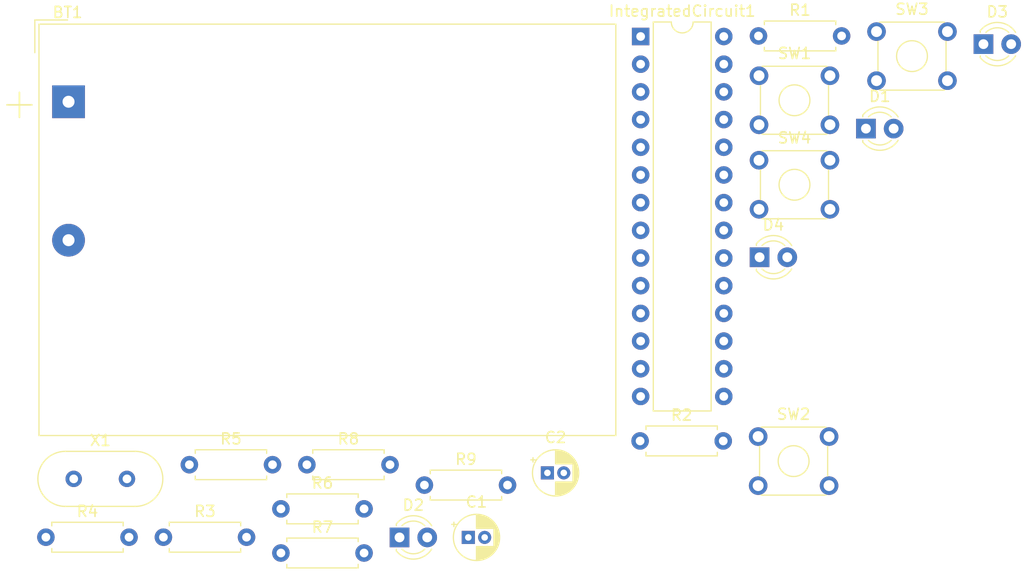
<source format=kicad_pcb>
(kicad_pcb (version 20211014) (generator pcbnew)
  (layers (0 "F.Cu" signal) (31 "B.Cu" signal) (34 "B.Paste" user) (35 "F.Paste" user) (36 "B.SilkS" user "B.Silkscreen") (37 "F.SilkS" user "F.Silkscreen") (38 "B.Mask" user) (39 "F.Mask" user) (44 "Edge.Cuts" user))
  (net 0 "")
  (net 1 "Net-(BT1-Pad1)")
  (net 2 "GNDREF")
  (net 3 "Net-(C1-Pad2)")
  (net 4 "Net-(C2-Pad2)")
  (net 5 "Net-(D1-Pad1)")
  (net 6 "Net-(D1-Pad2)")
  (net 7 "Net-(D2-Pad1)")
  (net 8 "Net-(D2-Pad2)")
  (net 9 "Net-(D3-Pad1)")
  (net 10 "Net-(D3-Pad2)")
  (net 11 "Net-(D4-Pad1)")
  (net 12 "Net-(D4-Pad2)")
  (net 13 "Net-(IntegratedCircuit1-Pad1)")
  (net 16 "Net-(IntegratedCircuit1-Pad5)")
  (net 18 "Net-(IntegratedCircuit1-Pad12)")
  (net 21 "Net-(IntegratedCircuit1-Pad16)")
  (net 23 "Net-(IntegratedCircuit1-Pad19)")
  (net 31 "Net-(R2-Pad1)")
  (net 32 "Net-(R4-Pad1)")
  (net 33 "Net-(R6-Pad1)")
  (net 34 "Net-(R8-Pad1)")
  (footprint "Resistor_THT:R_Axial_DIN0207_L6.3mm_D2.5mm_P7.62mm_Horizontal" (layer "F.Cu") (at 138.845 132.835)
    (fp_text reference "R7" (at 3.81 -2.37) (layer "F.SilkS"))
    (fp_text value "10k")
    (fp_line (start 0.54 1.04) (end 0.54 1.37) (layer "F.SilkS") (width 0.12))
    (fp_line (start 0.54 -1.04) (end 0.54 -1.37) (layer "F.SilkS") (width 0.12))
    (fp_line (start 0.54 -1.37) (end 7.08 -1.37) (layer "F.SilkS") (width 0.12))
    (fp_line (start 7.08 -1.37) (end 7.08 -1.04) (layer "F.SilkS") (width 0.12))
    (fp_line (start 0.54 1.37) (end 7.08 1.37) (layer "F.SilkS") (width 0.12))
    (fp_line (start 7.08 1.37) (end 7.08 1.04) (layer "F.SilkS") (width 0.12))
    (pad "1" thru_hole circle (at 0 0) (size 1.6 1.6) (drill 0.8) (layers *.Cu *.Mask) (net 11 "Net-(D4-Pad1)"))
    (pad "2" thru_hole oval (at 7.62 0) (size 1.6 1.6) (drill 0.8) (layers *.Cu *.Mask) (net 2 "GNDREF"))
  )
  (footprint "LED_THT:LED_D3.0mm" (layer "F.Cu") (at 149.715 131.405)
    (fp_text reference "D2" (at 1.27 -2.96) (layer "F.SilkS"))
    (fp_text value "Yellow")
    (fp_line (start -0.29 1.08) (end -0.29 1.236) (layer "F.SilkS") (width 0.12))
    (fp_line (start -0.29 -1.236) (end -0.29 -1.08) (layer "F.SilkS") (width 0.12))
    (fp_arc (start -0.29 -1.235516) (mid 1.366487 -1.987659) (end 2.942335 -1.078608) (layer "F.SilkS") (width 0.12))
    (fp_arc (start 0.229039 -1.08) (mid 1.270117 -1.5) (end 2.31113 -1.079837) (layer "F.SilkS") (width 0.12))
    (fp_arc (start 2.31113 1.079837) (mid 1.270117 1.5) (end 0.229039 1.08) (layer "F.SilkS") (width 0.12))
    (fp_arc (start 2.942335 1.078608) (mid 1.366487 1.987659) (end -0.29 1.235516) (layer "F.SilkS") (width 0.12))
    (pad "1" thru_hole rect (at 0 0) (size 1.8 1.8) (drill 0.9) (layers *.Cu *.Mask) (net 7 "Net-(D2-Pad1)"))
    (pad "2" thru_hole circle (at 2.54 0) (size 1.8 1.8) (drill 0.9) (layers *.Cu *.Mask) (net 8 "Net-(D2-Pad2)"))
  )
  (footprint "Package_DIP:DIP-28_W7.62mm" (layer "F.Cu") (at 171.815 85.455)
    (fp_text reference "IntegratedCircuit1" (at 3.81 -2.33) (layer "F.SilkS"))
    (fp_text value "ATmega328-P")
    (fp_line (start 6.46 34.35) (end 6.46 -1.33) (layer "F.SilkS") (width 0.12))
    (fp_line (start 1.16 34.35) (end 6.46 34.35) (layer "F.SilkS") (width 0.12))
    (fp_line (start 1.16 -1.33) (end 1.16 34.35) (layer "F.SilkS") (width 0.12))
    (fp_line (start 2.81 -1.33) (end 1.16 -1.33) (layer "F.SilkS") (width 0.12))
    (fp_line (start 6.46 -1.33) (end 4.81 -1.33) (layer "F.SilkS") (width 0.12))
    (fp_arc (start 4.81 -1.33) (mid 3.81 -0.33) (end 2.81 -1.33) (layer "F.SilkS") (width 0.12))
    (pad "1" thru_hole rect (at 0 0) (size 1.6 1.6) (drill 0.8) (layers *.Cu *.Mask) (net 13 "Net-(IntegratedCircuit1-Pad1)"))
    (pad "2" thru_hole oval (at 0 2.54) (size 1.6 1.6) (drill 0.8) (layers *.Cu *.Mask))
    (pad "3" thru_hole oval (at 0 5.08) (size 1.6 1.6) (drill 0.8) (layers *.Cu *.Mask))
    (pad "4" thru_hole oval (at 0 7.62) (size 1.6 1.6) (drill 0.8) (layers *.Cu *.Mask) (net 6 "Net-(D1-Pad2)"))
    (pad "5" thru_hole oval (at 0 10.16) (size 1.6 1.6) (drill 0.8) (layers *.Cu *.Mask) (net 16 "Net-(IntegratedCircuit1-Pad5)"))
    (pad "6" thru_hole oval (at 0 12.7) (size 1.6 1.6) (drill 0.8) (layers *.Cu *.Mask))
    (pad "7" thru_hole oval (at 0 15.24) (size 1.6 1.6) (drill 0.8) (layers *.Cu *.Mask) (net 1 "Net-(BT1-Pad1)"))
    (pad "8" thru_hole oval (at 0 17.78) (size 1.6 1.6) (drill 0.8) (layers *.Cu *.Mask) (net 2 "GNDREF"))
    (pad "9" thru_hole oval (at 0 20.32) (size 1.6 1.6) (drill 0.8) (layers *.Cu *.Mask) (net 3 "Net-(C1-Pad2)"))
    (pad "10" thru_hole oval (at 0 22.86) (size 1.6 1.6) (drill 0.8) (layers *.Cu *.Mask) (net 4 "Net-(C2-Pad2)"))
    (pad "11" thru_hole oval (at 0 25.4) (size 1.6 1.6) (drill 0.8) (layers *.Cu *.Mask) (net 8 "Net-(D2-Pad2)"))
    (pad "12" thru_hole oval (at 0 27.94) (size 1.6 1.6) (drill 0.8) (layers *.Cu *.Mask) (net 18 "Net-(IntegratedCircuit1-Pad12)"))
    (pad "13" thru_hole oval (at 0 30.48) (size 1.6 1.6) (drill 0.8) (layers *.Cu *.Mask))
    (pad "14" thru_hole oval (at 0 33.02) (size 1.6 1.6) (drill 0.8) (layers *.Cu *.Mask))
    (pad "15" thru_hole oval (at 7.62 33.02) (size 1.6 1.6) (drill 0.8) (layers *.Cu *.Mask) (net 10 "Net-(D3-Pad2)"))
    (pad "16" thru_hole oval (at 7.62 30.48) (size 1.6 1.6) (drill 0.8) (layers *.Cu *.Mask) (net 21 "Net-(IntegratedCircuit1-Pad16)"))
    (pad "17" thru_hole oval (at 7.62 27.94) (size 1.6 1.6) (drill 0.8) (layers *.Cu *.Mask))
    (pad "18" thru_hole oval (at 7.62 25.4) (size 1.6 1.6) (drill 0.8) (layers *.Cu *.Mask) (net 12 "Net-(D4-Pad2)"))
    (pad "19" thru_hole oval (at 7.62 22.86) (size 1.6 1.6) (drill 0.8) (layers *.Cu *.Mask) (net 23 "Net-(IntegratedCircuit1-Pad19)"))
    (pad "20" thru_hole oval (at 7.62 20.32) (size 1.6 1.6) (drill 0.8) (layers *.Cu *.Mask) (net 1 "Net-(BT1-Pad1)"))
    (pad "21" thru_hole oval (at 7.62 17.78) (size 1.6 1.6) (drill 0.8) (layers *.Cu *.Mask))
    (pad "22" thru_hole oval (at 7.62 15.24) (size 1.6 1.6) (drill 0.8) (layers *.Cu *.Mask) (net 2 "GNDREF"))
    (pad "23" thru_hole oval (at 7.62 12.7) (size 1.6 1.6) (drill 0.8) (layers *.Cu *.Mask))
    (pad "24" thru_hole oval (at 7.62 10.16) (size 1.6 1.6) (drill 0.8) (layers *.Cu *.Mask))
    (pad "25" thru_hole oval (at 7.62 7.62) (size 1.6 1.6) (drill 0.8) (layers *.Cu *.Mask))
    (pad "26" thru_hole oval (at 7.62 5.08) (size 1.6 1.6) (drill 0.8) (layers *.Cu *.Mask))
    (pad "27" thru_hole oval (at 7.62 2.54) (size 1.6 1.6) (drill 0.8) (layers *.Cu *.Mask))
    (pad "28" thru_hole oval (at 7.62 0) (size 1.6 1.6) (drill 0.8) (layers *.Cu *.Mask))
  )
  (footprint "Button_Switch_THT:SW_TH_Tactile_Omron_B3F-10xx" (layer "F.Cu") (at 182.665 96.805)
    (fp_text reference "SW4" (at 3.25 -2.05) (layer "F.SilkS"))
    (fp_text value "SW_Push")
    (fp_line (start 0.28 5.37) (end 6.22 5.37) (layer "F.SilkS") (width 0.12))
    (fp_line (start 6.37 0.91) (end 6.37 3.59) (layer "F.SilkS") (width 0.12))
    (fp_line (start 0.13 3.59) (end 0.13 0.91) (layer "F.SilkS") (width 0.12))
    (fp_line (start 0.28 -0.87) (end 6.22 -0.87) (layer "F.SilkS") (width 0.12))
    (fp_circle (center 3.25 2.25) (end 4.25 3.25) (layer "F.SilkS") (width 0.12) (fill none))
    (pad "1" thru_hole circle (at 0 0) (size 1.7 1.7) (drill 1) (layers *.Cu *.Mask) (net 23 "Net-(IntegratedCircuit1-Pad19)"))
    (pad "2" thru_hole circle (at 6.5 0) (size 1.7 1.7) (drill 1) (layers *.Cu *.Mask) (net 34 "Net-(R8-Pad1)"))
    (pad "3" thru_hole circle (at 0 4.5) (size 1.7 1.7) (drill 1) (layers *.Cu *.Mask))
    (pad "4" thru_hole circle (at 6.5 4.5) (size 1.7 1.7) (drill 1) (layers *.Cu *.Mask))
  )
  (footprint "Capacitor_THT:CP_Radial_D4.0mm_P1.50mm" (layer "F.Cu") (at 156.019801 131.405)
    (fp_text reference "C1" (at 0.75 -3.25) (layer "F.SilkS"))
    (fp_text value "1nF")
    (fp_line (start 1.27 -2.016) (end 1.27 -0.84) (layer "F.SilkS") (width 0.12))
    (fp_line (start 1.951 -1.708) (end 1.951 -0.84) (layer "F.SilkS") (width 0.12))
    (fp_line (start 1.711 -1.851) (end 1.711 -0.84) (layer "F.SilkS") (width 0.12))
    (fp_line (start 1.551 0.84) (end 1.551 1.924) (layer "F.SilkS") (width 0.12))
    (fp_line (start 1.43 0.84) (end 1.43 1.968) (layer "F.SilkS") (width 0.12))
    (fp_line (start 1.551 -1.924) (end 1.551 -0.84) (layer "F.SilkS") (width 0.12))
    (fp_line (start -1.519801 -1.195) (end -1.119801 -1.195) (layer "F.SilkS") (width 0.12))
    (fp_line (start 1.511 -1.94) (end 1.511 -0.84) (layer "F.SilkS") (width 0.12))
    (fp_line (start 0.91 0.84) (end 0.91 2.074) (layer "F.SilkS") (width 0.12))
    (fp_line (start 2.591 -1.013) (end 2.591 1.013) (layer "F.SilkS") (width 0.12))
    (fp_line (start 2.471 -1.2) (end 2.471 1.2) (layer "F.SilkS") (width 0.12))
    (fp_line (start 0.75 -2.08) (end 0.75 -0.84) (layer "F.SilkS") (width 0.12))
    (fp_line (start 0.83 0.84) (end 0.83 2.079) (layer "F.SilkS") (width 0.12))
    (fp_line (start 1.991 -1.68) (end 1.991 -0.84) (layer "F.SilkS") (width 0.12))
    (fp_line (start 2.311 0.84) (end 2.311 1.396) (layer "F.SilkS") (width 0.12))
    (fp_line (start 2.551 -1.08) (end 2.551 1.08) (layer "F.SilkS") (width 0.12))
    (fp_line (start 0.79 0.84) (end 0.79 2.08) (layer "F.SilkS") (width 0.12))
    (fp_line (start 2.271 -1.438) (end 2.271 -0.84) (layer "F.SilkS") (width 0.12))
    (fp_line (start 1.11 0.84) (end 1.11 2.05) (layer "F.SilkS") (width 0.12))
    (fp_line (start 1.791 0.84) (end 1.791 1.808) (layer "F.SilkS") (width 0.12))
    (fp_line (start 1.671 -1.87) (end 1.671 -0.84) (layer "F.SilkS") (width 0.12))
    (fp_line (start 1.471 0.84) (end 1.471 1.954) (layer "F.SilkS") (width 0.12))
    (fp_line (start 2.191 -1.516) (end 2.191 -0.84) (layer "F.SilkS") (width 0.12))
    (fp_line (start 1.15 -2.042) (end 1.15 -0.84) (layer "F.SilkS") (width 0.12))
    (fp_line (start 0.95 -2.071) (end 0.95 -0.84) (layer "F.SilkS") (width 0.12))
    (fp_line (start 2.191 0.84) (end 2.191 1.516) (layer "F.SilkS") (width 0.12))
    (fp_line (start 0.99 -2.067) (end 0.99 -0.84) (layer "F.SilkS") (width 0.12))
    (fp_line (start 1.471 -1.954) (end 1.471 -0.84) (layer "F.SilkS") (width 0.12))
    (fp_line (start 1.23 0.84) (end 1.23 2.025) (layer "F.SilkS") (width 0.12))
    (fp_line (start 2.071 0.84) (end 2.071 1.619) (layer "F.SilkS") (width 0.12))
    (fp_line (start 2.031 0.84) (end 2.031 1.65) (layer "F.SilkS") (width 0.12))
    (fp_line (start 0.79 -2.08) (end 0.79 -0.84) (layer "F.SilkS") (width 0.12))
    (fp_line (start 1.831 0.84) (end 1.831 1.785) (layer "F.SilkS") (width 0.12))
    (fp_line (start -1.319801 -1.395) (end -1.319801 -0.995) (layer "F.SilkS") (width 0.12))
    (fp_line (start 1.15 0.84) (end 1.15 2.042) (layer "F.SilkS") (width 0.12))
    (fp_line (start 2.151 -1.552) (end 2.151 -0.84) (layer "F.SilkS") (width 0.12))
    (fp_line (start 2.031 -1.65) (end 2.031 -0.84) (layer "F.SilkS") (width 0.12))
    (fp_line (start 1.03 0.84) (end 1.03 2.062) (layer "F.SilkS") (width 0.12))
    (fp_line (start 1.27 0.84) (end 1.27 2.016) (layer "F.SilkS") (width 0.12))
    (fp_line (start 2.391 -1.304) (end 2.391 1.304) (layer "F.SilkS") (width 0.12))
    (fp_line (start 1.35 -1.994) (end 1.35 -0.84) (layer "F.SilkS") (width 0.12))
    (fp_line (start 1.911 0.84) (end 1.911 1.735) (layer "F.SilkS") (width 0.12))
    (fp_line (start 1.791 -1.808) (end 1.791 -0.84) (layer "F.SilkS") (width 0.12))
    (fp_line (start 0.87 0.84) (end 0.87 2.077) (layer "F.SilkS") (width 0.12))
    (fp_line (start 2.111 0.84) (end 2.111 1.587) (layer "F.SilkS") (width 0.12))
    (fp_line (start 1.591 0.84) (end 1.591 1.907) (layer "F.SilkS") (width 0.12))
    (fp_line (start 1.39 0.84) (end 1.39 1.982) (layer "F.SilkS") (width 0.12))
    (fp_line (start 2.071 -1.619) (end 2.071 -0.84) (layer "F.SilkS") (width 0.12))
    (fp_line (start 0.87 -2.077) (end 0.87 -0.84) (layer "F.SilkS") (width 0.12))
    (fp_line (start 1.991 0.84) (end 1.991 1.68) (layer "F.SilkS") (width 0.12))
    (fp_line (start 1.751 0.84) (end 1.751 1.83) (layer "F.SilkS") (width 0.12))
    (fp_line (start 0.91 -2.074) (end 0.91 -0.84) (layer "F.SilkS") (width 0.12))
    (fp_line (start 1.591 -1.907) (end 1.591 -0.84) (layer "F.SilkS") (width 0.12))
    (fp_line (start 1.31 0.84) (end 1.31 2.005) (layer "F.SilkS") (width 0.12))
    (fp_line (start 1.39 -1.982) (end 1.39 -0.84) (layer "F.SilkS") (width 0.12))
    (fp_line (start 1.631 -1.889) (end 1.631 -0.84) (layer "F.SilkS") (width 0.12))
    (fp_line (start 1.511 0.84) (end 1.511 1.94) (layer "F.SilkS") (width 0.12))
    (fp_line (start 2.791 -0.537) (end 2.791 0.537) (layer "F.SilkS") (width 0.12))
    (fp_line (start 1.871 -1.76) (end 1.871 -0.84) (layer "F.SilkS") (width 0.12))
    (fp_line (start 1.43 -1.968) (end 1.43 -0.84) (layer "F.SilkS") (width 0.12))
    (fp_line (start 2.311 -1.396) (end 2.311 -0.84) (layer "F.SilkS") (width 0.12))
    (fp_line (start 1.11 -2.05) (end 1.11 -0.84) (layer "F.SilkS") (width 0.12))
    (fp_line (start 1.19 -2.034) (end 1.19 -0.84) (layer "F.SilkS") (width 0.12))
    (fp_line (start 1.23 -2.025) (end 1.23 -0.84) (layer "F.SilkS") (width 0.12))
    (fp_line (start 2.431 -1.254) (end 2.431 1.254) (layer "F.SilkS") (width 0.12))
    (fp_line (start 1.07 0.84) (end 1.07 2.056) (layer "F.SilkS") (width 0.12))
    (fp_line (start 1.671 0.84) (end 1.671 1.87) (layer "F.SilkS") (width 0.12))
    (fp_line (start 2.151 0.84) (end 2.151 1.552) (layer "F.SilkS") (width 0.12))
    (fp_line (start 1.07 -2.056) (end 1.07 -0.84) (layer "F.SilkS") (width 0.12))
    (fp_line (start 0.75 0.84) (end 0.75 2.08) (layer "F.SilkS") (width 0.12))
    (fp_line (start 2.511 -1.142) (end 2.511 1.142) (layer "F.SilkS") (width 0.12))
    (fp_line (start 2.271 0.84) (end 2.271 1.438) (layer "F.SilkS") (width 0.12))
    (fp_line (start 1.751 -1.83) (end 1.751 -0.84) (layer "F.SilkS") (width 0.12))
    (fp_line (start 0.83 -2.079) (end 0.83 -0.84) (layer "F.SilkS") (width 0.12))
    (fp_line (start 2.831 -0.37) (end 2.831 0.37) (layer "F.SilkS") (width 0.12))
    (fp_line (start 2.671 -0.859) (end 2.671 0.859) (layer "F.SilkS") (width 0.12))
    (fp_line (start 2.751 -0.664) (end 2.751 0.664) (layer "F.SilkS") (width 0.12))
    (fp_line (start 1.951 0.84) (end 1.951 1.708) (layer "F.SilkS") (width 0.12))
    (fp_line (start 0.99 0.84) (end 0.99 2.067) (layer "F.SilkS") (width 0.12))
    (fp_line (start 2.231 -1.478) (end 2.231 -0.84) (layer "F.SilkS") (width 0.12))
    (fp_line (start 1.831 -1.785) (end 1.831 -0.84) (layer "F.SilkS") (width 0.12))
    (fp_line (start 1.711 0.84) (end 1.711 1.851) (layer "F.SilkS") (width 0.12))
    (fp_line (start 2.351 -1.351) (end 2.351 1.351) (layer "F.SilkS") (width 0.12))
    (fp_line (start 1.19 0.84) (end 1.19 2.034) (layer "F.SilkS") (width 0.12))
    (fp_line (start 1.31 -2.005) (end 1.31 -0.84) (layer "F.SilkS") (width 0.12))
    (fp_line (start 2.111 -1.587) (end 2.111 -0.84) (layer "F.SilkS") (width 0.12))
    (fp_line (start 1.35 0.84) (end 1.35 1.994) (layer "F.SilkS") (width 0.12))
    (fp_line (start 0.95 0.84) (end 0.95 2.071) (layer "F.SilkS") (width 0.12))
    (fp_line (start 2.231 0.84) (end 2.231 1.478) (layer "F.SilkS") (width 0.12))
    (fp_line (start 1.911 -1.735) (end 1.911 -0.84) (layer "F.SilkS") (width 0.12))
    (fp_line (start 1.631 0.84) (end 1.631 1.889) (layer "F.SilkS") (width 0.12))
    (fp_line (start 1.871 0.84) (end 1.871 1.76) (layer "F.SilkS") (width 0.12))
    (fp_line (start 2.711 -0.768) (end 2.711 0.768) (layer "F.SilkS") (width 0.12))
    (fp_line (start 1.03 -2.062) (end 1.03 -0.84) (layer "F.SilkS") (width 0.12))
    (fp_line (start 2.631 -0.94) (end 2.631 0.94) (layer "F.SilkS") (width 0.12))
    (fp_circle (center 0.75 0) (end 2.87 0) (layer "F.SilkS") (width 0.12) (fill none))
    (pad "1" thru_hole rect (at 0 0) (size 1.2 1.2) (drill 0.6) (layers *.Cu *.Mask) (net 2 "GNDREF"))
    (pad "2" thru_hole circle (at 1.5 0) (size 1.2 1.2) (drill 0.6) (layers *.Cu *.Mask) (net 3 "Net-(C1-Pad2)"))
  )
  (footprint "Capacitor_THT:CP_Radial_D4.0mm_P1.50mm" (layer "F.Cu") (at 163.269801 125.485)
    (fp_text reference "C2" (at 0.75 -3.25) (layer "F.SilkS"))
    (fp_text value "1nF")
    (fp_line (start 2.831 -0.37) (end 2.831 0.37) (layer "F.SilkS") (width 0.12))
    (fp_line (start -1.319801 -1.395) (end -1.319801 -0.995) (layer "F.SilkS") (width 0.12))
    (fp_line (start 1.31 0.84) (end 1.31 2.005) (layer "F.SilkS") (width 0.12))
    (fp_line (start 2.031 0.84) (end 2.031 1.65) (layer "F.SilkS") (width 0.12))
    (fp_line (start 1.23 -2.025) (end 1.23 -0.84) (layer "F.SilkS") (width 0.12))
    (fp_line (start 0.87 0.84) (end 0.87 2.077) (layer "F.SilkS") (width 0.12))
    (fp_line (start 1.39 -1.982) (end 1.39 -0.84) (layer "F.SilkS") (width 0.12))
    (fp_line (start 1.19 -2.034) (end 1.19 -0.84) (layer "F.SilkS") (width 0.12))
    (fp_line (start 2.351 -1.351) (end 2.351 1.351) (layer "F.SilkS") (width 0.12))
    (fp_line (start -1.519801 -1.195) (end -1.119801 -1.195) (layer "F.SilkS") (width 0.12))
    (fp_line (start 2.271 0.84) (end 2.271 1.438) (layer "F.SilkS") (width 0.12))
    (fp_line (start 1.27 0.84) (end 1.27 2.016) (layer "F.SilkS") (width 0.12))
    (fp_line (start 1.591 0.84) (end 1.591 1.907) (layer "F.SilkS") (width 0.12))
    (fp_line (start 2.111 -1.587) (end 2.111 -0.84) (layer "F.SilkS") (width 0.12))
    (fp_line (start 1.07 -2.056) (end 1.07 -0.84) (layer "F.SilkS") (width 0.12))
    (fp_line (start 2.071 -1.619) (end 2.071 -0.84) (layer "F.SilkS") (width 0.12))
    (fp_line (start 2.551 -1.08) (end 2.551 1.08) (layer "F.SilkS") (width 0.12))
    (fp_line (start 1.19 0.84) (end 1.19 2.034) (layer "F.SilkS") (width 0.12))
    (fp_line (start 1.35 -1.994) (end 1.35 -0.84) (layer "F.SilkS") (width 0.12))
    (fp_line (start 2.431 -1.254) (end 2.431 1.254) (layer "F.SilkS") (width 0.12))
    (fp_line (start 1.671 0.84) (end 1.671 1.87) (layer "F.SilkS") (width 0.12))
    (fp_line (start 1.831 0.84) (end 1.831 1.785) (layer "F.SilkS") (width 0.12))
    (fp_line (start 1.711 0.84) (end 1.711 1.851) (layer "F.SilkS") (width 0.12))
    (fp_line (start 0.95 0.84) (end 0.95 2.071) (layer "F.SilkS") (width 0.12))
    (fp_line (start 0.79 0.84) (end 0.79 2.08) (layer "F.SilkS") (width 0.12))
    (fp_line (start 1.471 0.84) (end 1.471 1.954) (layer "F.SilkS") (width 0.12))
    (fp_line (start 1.15 0.84) (end 1.15 2.042) (layer "F.SilkS") (width 0.12))
    (fp_line (start 2.631 -0.94) (end 2.631 0.94) (layer "F.SilkS") (width 0.12))
    (fp_line (start 1.951 0.84) (end 1.951 1.708) (layer "F.SilkS") (width 0.12))
    (fp_line (start 0.99 -2.067) (end 0.99 -0.84) (layer "F.SilkS") (width 0.12))
    (fp_line (start 2.751 -0.664) (end 2.751 0.664) (layer "F.SilkS") (width 0.12))
    (fp_line (start 1.35 0.84) (end 1.35 1.994) (layer "F.SilkS") (width 0.12))
    (fp_line (start 2.591 -1.013) (end 2.591 1.013) (layer "F.SilkS") (width 0.12))
    (fp_line (start 0.99 0.84) (end 0.99 2.067) (layer "F.SilkS") (width 0.12))
    (fp_line (start 0.79 -2.08) (end 0.79 -0.84) (layer "F.SilkS") (width 0.12))
    (fp_line (start 0.87 -2.077) (end 0.87 -0.84) (layer "F.SilkS") (width 0.12))
    (fp_line (start 0.95 -2.071) (end 0.95 -0.84) (layer "F.SilkS") (width 0.12))
    (fp_line (start 1.43 0.84) (end 1.43 1.968) (layer "F.SilkS") (width 0.12))
    (fp_line (start 0.83 -2.079) (end 0.83 -0.84) (layer "F.SilkS") (width 0.12))
    (fp_line (start 0.91 -2.074) (end 0.91 -0.84) (layer "F.SilkS") (width 0.12))
    (fp_line (start 1.511 0.84) (end 1.511 1.94) (layer "F.SilkS") (width 0.12))
    (fp_line (start 1.03 0.84) (end 1.03 2.062) (layer "F.SilkS") (width 0.12))
    (fp_line (start 1.551 -1.924) (end 1.551 -0.84) (layer "F.SilkS") (width 0.12))
    (fp_line (start 1.551 0.84) (end 1.551 1.924) (layer "F.SilkS") (width 0.12))
    (fp_line (start 2.231 -1.478) (end 2.231 -0.84) (layer "F.SilkS") (width 0.12))
    (fp_line (start 1.631 0.84) (end 1.631 1.889) (layer "F.SilkS") (width 0.12))
    (fp_line (start 0.75 0.84) (end 0.75 2.08) (layer "F.SilkS") (width 0.12))
    (fp_line (start 2.151 0.84) (end 2.151 1.552) (layer "F.SilkS") (width 0.12))
    (fp_line (start 1.511 -1.94) (end 1.511 -0.84) (layer "F.SilkS") (width 0.12))
    (fp_line (start 1.11 -2.05) (end 1.11 -0.84) (layer "F.SilkS") (width 0.12))
    (fp_line (start 2.071 0.84) (end 2.071 1.619) (layer "F.SilkS") (width 0.12))
    (fp_line (start 2.111 0.84) (end 2.111 1.587) (layer "F.SilkS") (width 0.12))
    (fp_line (start 1.43 -1.968) (end 1.43 -0.84) (layer "F.SilkS") (width 0.12))
    (fp_line (start 1.911 0.84) (end 1.911 1.735) (layer "F.SilkS") (width 0.12))
    (fp_line (start 2.791 -0.537) (end 2.791 0.537) (layer "F.SilkS") (width 0.12))
    (fp_line (start 1.991 0.84) (end 1.991 1.68) (layer "F.SilkS") (width 0.12))
    (fp_line (start 1.871 -1.76) (end 1.871 -0.84) (layer "F.SilkS") (width 0.12))
    (fp_line (start 0.75 -2.08) (end 0.75 -0.84) (layer "F.SilkS") (width 0.12))
    (fp_line (start 2.231 0.84) (end 2.231 1.478) (layer "F.SilkS") (width 0.12))
    (fp_line (start 1.671 -1.87) (end 1.671 -0.84) (layer "F.SilkS") (width 0.12))
    (fp_line (start 1.27 -2.016) (end 1.27 -0.84) (layer "F.SilkS") (width 0.12))
    (fp_line (start 1.591 -1.907) (end 1.591 -0.84) (layer "F.SilkS") (width 0.12))
    (fp_line (start 1.23 0.84) (end 1.23 2.025) (layer "F.SilkS") (width 0.12))
    (fp_line (start 2.031 -1.65) (end 2.031 -0.84) (layer "F.SilkS") (width 0.12))
    (fp_line (start 2.271 -1.438) (end 2.271 -0.84) (layer "F.SilkS") (width 0.12))
    (fp_line (start 1.11 0.84) (end 1.11 2.05) (layer "F.SilkS") (width 0.12))
    (fp_line (start 1.31 -2.005) (end 1.31 -0.84) (layer "F.SilkS") (width 0.12))
    (fp_line (start 1.711 -1.851) (end 1.711 -0.84) (layer "F.SilkS") (width 0.12))
    (fp_line (start 1.751 -1.83) (end 1.751 -0.84) (layer "F.SilkS") (width 0.12))
    (fp_line (start 2.511 -1.142) (end 2.511 1.142) (layer "F.SilkS") (width 0.12))
    (fp_line (start 1.15 -2.042) (end 1.15 -0.84) (layer "F.SilkS") (width 0.12))
    (fp_line (start 2.191 -1.516) (end 2.191 -0.84) (layer "F.SilkS") (width 0.12))
    (fp_line (start 1.911 -1.735) (end 1.911 -0.84) (layer "F.SilkS") (width 0.12))
    (fp_line (start 1.791 -1.808) (end 1.791 -0.84) (layer "F.SilkS") (width 0.12))
    (fp_line (start 0.91 0.84) (end 0.91 2.074) (layer "F.SilkS") (width 0.12))
    (fp_line (start 2.311 0.84) (end 2.311 1.396) (layer "F.SilkS") (width 0.12))
    (fp_line (start 1.471 -1.954) (end 1.471 -0.84) (layer "F.SilkS") (width 0.12))
    (fp_line (start 1.631 -1.889) (end 1.631 -0.84) (layer "F.SilkS") (width 0.12))
    (fp_line (start 0.83 0.84) (end 0.83 2.079) (layer "F.SilkS") (width 0.12))
    (fp_line (start 2.191 0.84) (end 2.191 1.516) (layer "F.SilkS") (width 0.12))
    (fp_line (start 2.311 -1.396) (end 2.311 -0.84) (layer "F.SilkS") (width 0.12))
    (fp_line (start 2.711 -0.768) (end 2.711 0.768) (layer "F.SilkS") (width 0.12))
    (fp_line (start 1.991 -1.68) (end 1.991 -0.84) (layer "F.SilkS") (width 0.12))
    (fp_line (start 1.39 0.84) (end 1.39 1.982) (layer "F.SilkS") (width 0.12))
    (fp_line (start 1.03 -2.062) (end 1.03 -0.84) (layer "F.SilkS") (width 0.12))
    (fp_line (start 2.671 -0.859) (end 2.671 0.859) (layer "F.SilkS") (width 0.12))
    (fp_line (start 1.751 0.84) (end 1.751 1.83) (layer "F.SilkS") (width 0.12))
    (fp_line (start 1.791 0.84) (end 1.791 1.808) (layer "F.SilkS") (width 0.12))
    (fp_line (start 1.951 -1.708) (end 1.951 -0.84) (layer "F.SilkS") (width 0.12))
    (fp_line (start 1.831 -1.785) (end 1.831 -0.84) (layer "F.SilkS") (width 0.12))
    (fp_line (start 1.07 0.84) (end 1.07 2.056) (layer "F.SilkS") (width 0.12))
    (fp_line (start 2.391 -1.304) (end 2.391 1.304) (layer "F.SilkS") (width 0.12))
    (fp_line (start 1.871 0.84) (end 1.871 1.76) (layer "F.SilkS") (width 0.12))
    (fp_line (start 2.471 -1.2) (end 2.471 1.2) (layer "F.SilkS") (width 0.12))
    (fp_line (start 2.151 -1.552) (end 2.151 -0.84) (layer "F.SilkS") (width 0.12))
    (fp_circle (center 0.75 0) (end 2.87 0) (layer "F.SilkS") (width 0.12) (fill none))
    (pad "1" thru_hole rect (at 0 0) (size 1.2 1.2) (drill 0.6) (layers *.Cu *.Mask) (net 2 "GNDREF"))
    (pad "2" thru_hole circle (at 1.5 0) (size 1.2 1.2) (drill 0.6) (layers *.Cu *.Mask) (net 4 "Net-(C2-Pad2)"))
  )
  (footprint "Button_Switch_THT:SW_TH_Tactile_Omron_B3F-10xx" (layer "F.Cu") (at 182.585 122.155)
    (fp_text reference "SW2" (at 3.25 -2.05) (layer "F.SilkS"))
    (fp_text value "SW_Push")
    (fp_line (start 0.13 3.59) (end 0.13 0.91) (layer "F.SilkS") (width 0.12))
    (fp_line (start 6.37 0.91) (end 6.37 3.59) (layer "F.SilkS") (width 0.12))
    (fp_line (start 0.28 5.37) (end 6.22 5.37) (layer "F.SilkS") (width 0.12))
    (fp_line (start 0.28 -0.87) (end 6.22 -0.87) (layer "F.SilkS") (width 0.12))
    (fp_circle (center 3.25 2.25) (end 4.25 3.25) (layer "F.SilkS") (width 0.12) (fill none))
    (pad "1" thru_hole circle (at 0 0) (size 1.7 1.7) (drill 1) (layers *.Cu *.Mask) (net 18 "Net-(IntegratedCircuit1-Pad12)"))
    (pad "2" thru_hole circle (at 6.5 0) (size 1.7 1.7) (drill 1) (layers *.Cu *.Mask) (net 32 "Net-(R4-Pad1)"))
    (pad "3" thru_hole circle (at 0 4.5) (size 1.7 1.7) (drill 1) (layers *.Cu *.Mask))
    (pad "4" thru_hole circle (at 6.5 4.5) (size 1.7 1.7) (drill 1) (layers *.Cu *.Mask))
  )
  (footprint "Resistor_THT:R_Axial_DIN0207_L6.3mm_D2.5mm_P7.62mm_Horizontal" (layer "F.Cu") (at 117.305 131.385)
    (fp_text reference "R4" (at 3.81 -2.37) (layer "F.SilkS"))
    (fp_text value "10k")
    (fp_line (start 0.54 1.37) (end 7.08 1.37) (layer "F.SilkS") (width 0.12))
    (fp_line (start 0.54 -1.04) (end 0.54 -1.37) (layer "F.SilkS") (width 0.12))
    (fp_line (start 7.08 1.37) (end 7.08 1.04) (layer "F.SilkS") (width 0.12))
    (fp_line (start 0.54 -1.37) (end 7.08 -1.37) (layer "F.SilkS") (width 0.12))
    (fp_line (start 0.54 1.04) (end 0.54 1.37) (layer "F.SilkS") (width 0.12))
    (fp_line (start 7.08 -1.37) (end 7.08 -1.04) (layer "F.SilkS") (width 0.12))
    (pad "1" thru_hole circle (at 0 0) (size 1.6 1.6) (drill 0.8) (layers *.Cu *.Mask) (net 32 "Net-(R4-Pad1)"))
    (pad "2" thru_hole oval (at 7.62 0) (size 1.6 1.6) (drill 0.8) (layers *.Cu *.Mask) (net 2 "GNDREF"))
  )
  (footprint "Battery:BatteryHolder_Keystone_2479_3xAAA" (layer "F.Cu") (at 119.38 91.44)
    (fp_text reference "BT1" (at -0.09 -8.195) (layer "F.SilkS"))
    (fp_text value "4.5V")
    (fp_text user "+" (at -4.5 0.05) (layer "F.SilkS") (effects (font (size 3 3))))
    (fp_line (start 50.16 -7.12) (end 50.16 30.62) (layer "F.SilkS") (width 0.12))
    (fp_line (start -2.71 30.62) (end 50.16 30.62) (layer "F.SilkS") (width 0.12))
    (fp_line (start -3.09 -4.5) (end -3.09 -7.5) (layer "F.SilkS") (width 0.12))
    (fp_line (start -3.09 -7.5) (end -0.09 -7.5) (layer "F.SilkS") (width 0.12))
    (fp_line (start -2.71 -7.12) (end 50.16 -7.12) (layer "F.SilkS") (width 0.12))
    (fp_line (start -2.71 -7.12) (end -2.71 30.62) (layer "F.SilkS") (width 0.12))
    (pad "" np_thru_hole circle (at 23.72 23.5) (size 3.45 3.45) (drill 3.45) (layers *.Cu *.Mask))
    (pad "" np_thru_hole circle (at 23.72 0) (size 3.45 3.45) (drill 3.45) (layers *.Cu *.Mask))
    (pad "1" thru_hole rect (at 0 0) (size 3 3) (drill 1.1) (layers *.Cu *.Mask) (net 1 "Net-(BT1-Pad1)"))
    (pad "2" thru_hole circle (at 0 12.7) (size 3 3) (drill 1.1) (layers *.Cu *.Mask) (net 2 "GNDREF"))
  )
  (footprint "Resistor_THT:R_Axial_DIN0207_L6.3mm_D2.5mm_P7.62mm_Horizontal" (layer "F.Cu") (at 171.765 122.555)
    (fp_text reference "R2" (at 3.81 -2.37) (layer "F.SilkS"))
    (fp_text value "10k")
    (fp_line (start 7.08 1.37) (end 7.08 1.04) (layer "F.SilkS") (width 0.12))
    (fp_line (start 0.54 1.04) (end 0.54 1.37) (layer "F.SilkS") (width 0.12))
    (fp_line (start 0.54 -1.04) (end 0.54 -1.37) (layer "F.SilkS") (width 0.12))
    (fp_line (start 0.54 -1.37) (end 7.08 -1.37) (layer "F.SilkS") (width 0.12))
    (fp_line (start 0.54 1.37) (end 7.08 1.37) (layer "F.SilkS") (width 0.12))
    (fp_line (start 7.08 -1.37) (end 7.08 -1.04) (layer "F.SilkS") (width 0.12))
    (pad "1" thru_hole circle (at 0 0) (size 1.6 1.6) (drill 0.8) (layers *.Cu *.Mask) (net 31 "Net-(R2-Pad1)"))
    (pad "2" thru_hole oval (at 7.62 0) (size 1.6 1.6) (drill 0.8) (layers *.Cu *.Mask) (net 2 "GNDREF"))
  )
  (footprint "LED_THT:LED_D3.0mm" (layer "F.Cu") (at 203.235 86.155)
    (fp_text reference "D3" (at 1.27 -2.96) (layer "F.SilkS"))
    (fp_text value "Red")
    (fp_line (start -0.29 1.08) (end -0.29 1.236) (layer "F.SilkS") (width 0.12))
    (fp_line (start -0.29 -1.236) (end -0.29 -1.08) (layer "F.SilkS") (width 0.12))
    (fp_arc (start 0.229039 -1.08) (mid 1.270117 -1.5) (end 2.31113 -1.079837) (layer "F.SilkS") (width 0.12))
    (fp_arc (start 2.942335 1.078608) (mid 1.366487 1.987659) (end -0.29 1.235516) (layer "F.SilkS") (width 0.12))
    (fp_arc (start -0.29 -1.235516) (mid 1.366487 -1.987659) (end 2.942335 -1.078608) (layer "F.SilkS") (width 0.12))
    (fp_arc (start 2.31113 1.079837) (mid 1.270117 1.5) (end 0.229039 1.08) (layer "F.SilkS") (width 0.12))
    (pad "1" thru_hole rect (at 0 0) (size 1.8 1.8) (drill 0.9) (layers *.Cu *.Mask) (net 9 "Net-(D3-Pad1)"))
    (pad "2" thru_hole circle (at 2.54 0) (size 1.8 1.8) (drill 0.9) (layers *.Cu *.Mask) (net 10 "Net-(D3-Pad2)"))
  )
  (footprint "LED_THT:LED_D3.0mm" (layer "F.Cu") (at 192.465 93.905)
    (fp_text reference "D1" (at 1.27 -2.96) (layer "F.SilkS"))
    (fp_text value "Blue")
    (fp_line (start -0.29 -1.236) (end -0.29 -1.08) (layer "F.SilkS") (width 0.12))
    (fp_line (start -0.29 1.08) (end -0.29 1.236) (layer "F.SilkS") (width 0.12))
    (fp_arc (start 2.31113 1.079837) (mid 1.270117 1.5) (end 0.229039 1.08) (layer "F.SilkS") (width 0.12))
    (fp_arc (start 2.942335 1.078608) (mid 1.366487 1.987659) (end -0.29 1.235516) (layer "F.SilkS") (width 0.12))
    (fp_arc (start -0.29 -1.235516) (mid 1.366487 -1.987659) (end 2.942335 -1.078608) (layer "F.SilkS") (width 0.12))
    (fp_arc (start 0.229039 -1.08) (mid 1.270117 -1.5) (end 2.31113 -1.079837) (layer "F.SilkS") (width 0.12))
    (pad "1" thru_hole rect (at 0 0) (size 1.8 1.8) (drill 0.9) (layers *.Cu *.Mask) (net 5 "Net-(D1-Pad1)"))
    (pad "2" thru_hole circle (at 2.54 0) (size 1.8 1.8) (drill 0.9) (layers *.Cu *.Mask) (net 6 "Net-(D1-Pad2)"))
  )
  (footprint "Resistor_THT:R_Axial_DIN0207_L6.3mm_D2.5mm_P7.62mm_Horizontal" (layer "F.Cu") (at 128.075 131.385)
    (fp_text reference "R3" (at 3.81 -2.37) (layer "F.SilkS"))
    (fp_text value "10k")
    (fp_line (start 0.54 -1.37) (end 7.08 -1.37) (layer "F.SilkS") (width 0.12))
    (fp_line (start 0.54 1.04) (end 0.54 1.37) (layer "F.SilkS") (width 0.12))
    (fp_line (start 7.08 1.37) (end 7.08 1.04) (layer "F.SilkS") (width 0.12))
    (fp_line (start 7.08 -1.37) (end 7.08 -1.04) (layer "F.SilkS") (width 0.12))
    (fp_line (start 0.54 1.37) (end 7.08 1.37) (layer "F.SilkS") (width 0.12))
    (fp_line (start 0.54 -1.04) (end 0.54 -1.37) (layer "F.SilkS") (width 0.12))
    (pad "1" thru_hole circle (at 0 0) (size 1.6 1.6) (drill 0.8) (layers *.Cu *.Mask) (net 7 "Net-(D2-Pad1)"))
    (pad "2" thru_hole oval (at 7.62 0) (size 1.6 1.6) (drill 0.8) (layers *.Cu *.Mask) (net 2 "GNDREF"))
  )
  (footprint "Resistor_THT:R_Axial_DIN0207_L6.3mm_D2.5mm_P7.62mm_Horizontal" (layer "F.Cu") (at 182.615 85.405)
    (fp_text reference "R1" (at 3.81 -2.37) (layer "F.SilkS"))
    (fp_text value "10k")
    (fp_line (start 0.54 -1.04) (end 0.54 -1.37) (layer "F.SilkS") (width 0.12))
    (fp_line (start 0.54 1.04) (end 0.54 1.37) (layer "F.SilkS") (width 0.12))
    (fp_line (start 7.08 1.37) (end 7.08 1.04) (layer "F.SilkS") (width 0.12))
    (fp_line (start 7.08 -1.37) (end 7.08 -1.04) (layer "F.SilkS") (width 0.12))
    (fp_line (start 0.54 -1.37) (end 7.08 -1.37) (layer "F.SilkS") (width 0.12))
    (fp_line (start 0.54 1.37) (end 7.08 1.37) (layer "F.SilkS") (width 0.12))
    (pad "1" thru_hole circle (at 0 0) (size 1.6 1.6) (drill 0.8) (layers *.Cu *.Mask) (net 5 "Net-(D1-Pad1)"))
    (pad "2" thru_hole oval (at 7.62 0) (size 1.6 1.6) (drill 0.8) (layers *.Cu *.Mask) (net 2 "GNDREF"))
  )
  (footprint "Resistor_THT:R_Axial_DIN0207_L6.3mm_D2.5mm_P7.62mm_Horizontal" (layer "F.Cu") (at 151.995 126.605)
    (fp_text reference "R9" (at 3.81 -2.37) (layer "F.SilkS"))
    (fp_text value "10K")
    (fp_line (start 0.54 -1.37) (end 7.08 -1.37) (layer "F.SilkS") (width 0.12))
    (fp_line (start 0.54 -1.04) (end 0.54 -1.37) (layer "F.SilkS") (width 0.12))
    (fp_line (start 0.54 1.37) (end 7.08 1.37) (layer "F.SilkS") (width 0.12))
    (fp_line (start 7.08 1.37) (end 7.08 1.04) (layer "F.SilkS") (width 0.12))
    (fp_line (start 7.08 -1.37) (end 7.08 -1.04) (layer "F.SilkS") (width 0.12))
    (fp_line (start 0.54 1.04) (end 0.54 1.37) (layer "F.SilkS") (width 0.12))
    (pad "1" thru_hole circle (at 0 0) (size 1.6 1.6) (drill 0.8) (layers *.Cu *.Mask) (net 13 "Net-(IntegratedCircuit1-Pad1)"))
    (pad "2" thru_hole oval (at 7.62 0) (size 1.6 1.6) (drill 0.8) (layers *.Cu *.Mask) (net 1 "Net-(BT1-Pad1)"))
  )
  (footprint "Button_Switch_THT:SW_TH_Tactile_Omron_B3F-10xx" (layer "F.Cu") (at 193.435 85.005)
    (fp_text reference "SW3" (at 3.25 -2.05) (layer "F.SilkS"))
    (fp_text value "SW_Push")
    (fp_line (start 0.13 3.59) (end 0.13 0.91) (layer "F.SilkS") (width 0.12))
    (fp_line (start 0.28 -0.87) (end 6.22 -0.87) (layer "F.SilkS") (width 0.12))
    (fp_line (start 6.37 0.91) (end 6.37 3.59) (layer "F.SilkS") (width 0.12))
    (fp_line (start 0.28 5.37) (end 6.22 5.37) (layer "F.SilkS") (width 0.12))
    (fp_circle (center 3.25 2.25) (end 4.25 3.25) (layer "F.SilkS") (width 0.12) (fill none))
    (pad "1" thru_hole circle (at 0 0) (size 1.7 1.7) (drill 1) (layers *.Cu *.Mask) (net 21 "Net-(IntegratedCircuit1-Pad16)"))
    (pad "2" thru_hole circle (at 6.5 0) (size 1.7 1.7) (drill 1) (layers *.Cu *.Mask) (net 33 "Net-(R6-Pad1)"))
    (pad "3" thru_hole circle (at 0 4.5) (size 1.7 1.7) (drill 1) (layers *.Cu *.Mask))
    (pad "4" thru_hole circle (at 6.5 4.5) (size 1.7 1.7) (drill 1) (layers *.Cu *.Mask))
  )
  (footprint "Crystal:Crystal_HC49-4H_Vertical" (layer "F.Cu") (at 119.855 126.035)
    (fp_text reference "X1" (at 2.44 -3.525) (layer "F.SilkS"))
    (fp_text value "Crystal")
    (fp_line (start -0.76 2.525) (end 5.64 2.525) (layer "F.SilkS") (width 0.12))
    (fp_line (start -0.76 -2.525) (end 5.64 -2.525) (layer "F.SilkS") (width 0.12))
    (fp_arc (start 5.64 -2.525) (mid 8.165 0) (end 5.64 2.525) (layer "F.SilkS") (width 0.12))
    (fp_arc (start -0.76 2.525) (mid -3.285 0) (end -0.76 -2.525) (layer "F.SilkS") (width 0.12))
    (pad "1" thru_hole circle (at 0 0) (size 1.5 1.5) (drill 0.8) (layers *.Cu *.Mask) (net 4 "Net-(C2-Pad2)"))
    (pad "2" thru_hole circle (at 4.88 0) (size 1.5 1.5) (drill 0.8) (layers *.Cu *.Mask) (net 3 "Net-(C1-Pad2)"))
  )
  (footprint "Resistor_THT:R_Axial_DIN0207_L6.3mm_D2.5mm_P7.62mm_Horizontal" (layer "F.Cu") (at 141.225 124.735)
    (fp_text reference "R8" (at 3.81 -2.37) (layer "F.SilkS"))
    (fp_text value "10k")
    (fp_line (start 7.08 1.37) (end 7.08 1.04) (layer "F.SilkS") (width 0.12))
    (fp_line (start 0.54 1.04) (end 0.54 1.37) (layer "F.SilkS") (width 0.12))
    (fp_line (start 7.08 -1.37) (end 7.08 -1.04) (layer "F.SilkS") (width 0.12))
    (fp_line (start 0.54 1.37) (end 7.08 1.37) (layer "F.SilkS") (width 0.12))
    (fp_line (start 0.54 -1.04) (end 0.54 -1.37) (layer "F.SilkS") (width 0.12))
    (fp_line (start 0.54 -1.37) (end 7.08 -1.37) (layer "F.SilkS") (width 0.12))
    (pad "1" thru_hole circle (at 0 0) (size 1.6 1.6) (drill 0.8) (layers *.Cu *.Mask) (net 34 "Net-(R8-Pad1)"))
    (pad "2" thru_hole oval (at 7.62 0) (size 1.6 1.6) (drill 0.8) (layers *.Cu *.Mask) (net 2 "GNDREF"))
  )
  (footprint "Resistor_THT:R_Axial_DIN0207_L6.3mm_D2.5mm_P7.62mm_Horizontal" (layer "F.Cu") (at 130.455 124.735)
    (fp_text reference "R5" (at 3.81 -2.37) (layer "F.SilkS"))
    (fp_text value "10k")
    (fp_line (start 0.54 1.04) (end 0.54 1.37) (layer "F.SilkS") (width 0.12))
    (fp_line (start 7.08 1.37) (end 7.08 1.04) (layer "F.SilkS") (width 0.12))
    (fp_line (start 0.54 -1.37) (end 7.08 -1.37) (layer "F.SilkS") (width 0.12))
    (fp_line (start 0.54 -1.04) (end 0.54 -1.37) (layer "F.SilkS") (width 0.12))
    (fp_line (start 0.54 1.37) (end 7.08 1.37) (layer "F.SilkS") (width 0.12))
    (fp_line (start 7.08 -1.37) (end 7.08 -1.04) (layer "F.SilkS") (width 0.12))
    (pad "1" thru_hole circle (at 0 0) (size 1.6 1.6) (drill 0.8) (layers *.Cu *.Mask) (net 9 "Net-(D3-Pad1)"))
    (pad "2" thru_hole oval (at 7.62 0) (size 1.6 1.6) (drill 0.8) (layers *.Cu *.Mask) (net 2 "GNDREF"))
  )
  (footprint "Resistor_THT:R_Axial_DIN0207_L6.3mm_D2.5mm_P7.62mm_Horizontal" (layer "F.Cu") (at 138.845 128.785)
    (fp_text reference "R6" (at 3.81 -2.37) (layer "F.SilkS"))
    (fp_text value "10k")
    (fp_line (start 7.08 -1.37) (end 7.08 -1.04) (layer "F.SilkS") (width 0.12))
    (fp_line (start 0.54 1.37) (end 7.08 1.37) (layer "F.SilkS") (width 0.12))
    (fp_line (start 0.54 -1.37) (end 7.08 -1.37) (layer "F.SilkS") (width 0.12))
    (fp_line (start 7.08 1.37) (end 7.08 1.04) (layer "F.SilkS") (width 0.12))
    (fp_line (start 0.54 1.04) (end 0.54 1.37) (layer "F.SilkS") (width 0.12))
    (fp_line (start 0.54 -1.04) (end 0.54 -1.37) (layer "F.SilkS") (width 0.12))
    (pad "1" thru_hole circle (at 0 0) (size 1.6 1.6) (drill 0.8) (layers *.Cu *.Mask) (net 33 "Net-(R6-Pad1)"))
    (pad "2" thru_hole oval (at 7.62 0) (size 1.6 1.6) (drill 0.8) (layers *.Cu *.Mask) (net 2 "GNDREF"))
  )
  (footprint "Button_Switch_THT:SW_TH_Tactile_Omron_B3F-10xx" (layer "F.Cu") (at 182.665 89.055)
    (fp_text reference "SW1" (at 3.25 -2.05) (layer "F.SilkS"))
    (fp_text value "SW_Push")
    (fp_line (start 6.37 0.91) (end 6.37 3.59) (layer "F.SilkS") (width 0.12))
    (fp_line (start 0.13 3.59) (end 0.13 0.91) (layer "F.SilkS") (width 0.12))
    (fp_line (start 0.28 -0.87) (end 6.22 -0.87) (layer "F.SilkS") (width 0.12))
    (fp_line (start 0.28 5.37) (end 6.22 5.37) (layer "F.SilkS") (width 0.12))
    (fp_circle (center 3.25 2.25) (end 4.25 3.25) (layer "F.SilkS") (width 0.12) (fill none))
    (pad "1" thru_hole circle (at 0 0) (size 1.7 1.7) (drill 1) (layers *.Cu *.Mask) (net 16 "Net-(IntegratedCircuit1-Pad5)"))
    (pad "2" thru_hole circle (at 6.5 0) (size 1.7 1.7) (drill 1) (layers *.Cu *.Mask) (net 31 "Net-(R2-Pad1)"))
    (pad "3" thru_hole circle (at 0 4.5) (size 1.7 1.7) (drill 1) (layers *.Cu *.Mask))
    (pad "4" thru_hole circle (at 6.5 4.5) (size 1.7 1.7) (drill 1) (layers *.Cu *.Mask))
  )
  (footprint "LED_THT:LED_D3.0mm" (layer "F.Cu") (at 182.715 105.705)
    (fp_text reference "D4" (at 1.27 -2.96) (layer "F.SilkS"))
    (fp_text value "Green")
    (fp_line (start -0.29 1.08) (end -0.29 1.236) (layer "F.SilkS") (width 0.12))
    (fp_line (start -0.29 -1.236) (end -0.29 -1.08) (layer "F.SilkS") (width 0.12))
    (fp_arc (start -0.29 -1.235516) (mid 1.366487 -1.987659) (end 2.942335 -1.078608) (layer "F.SilkS") (width 0.12))
    (fp_arc (start 0.229039 -1.08) (mid 1.270117 -1.5) (end 2.31113 -1.079837) (layer "F.SilkS") (width 0.12))
    (fp_arc (start 2.31113 1.079837) (mid 1.270117 1.5) (end 0.229039 1.08) (layer "F.SilkS") (width 0.12))
    (fp_arc (start 2.942335 1.078608) (mid 1.366487 1.987659) (end -0.29 1.235516) (layer "F.SilkS") (width 0.12))
    (pad "1" thru_hole rect (at 0 0) (size 1.8 1.8) (drill 0.9) (layers *.Cu *.Mask) (net 11 "Net-(D4-Pad1)"))
    (pad "2" thru_hole circle (at 2.54 0) (size 1.8 1.8) (drill 0.9) (layers *.Cu *.Mask) (net 12 "Net-(D4-Pad2)"))
  )
)
</source>
